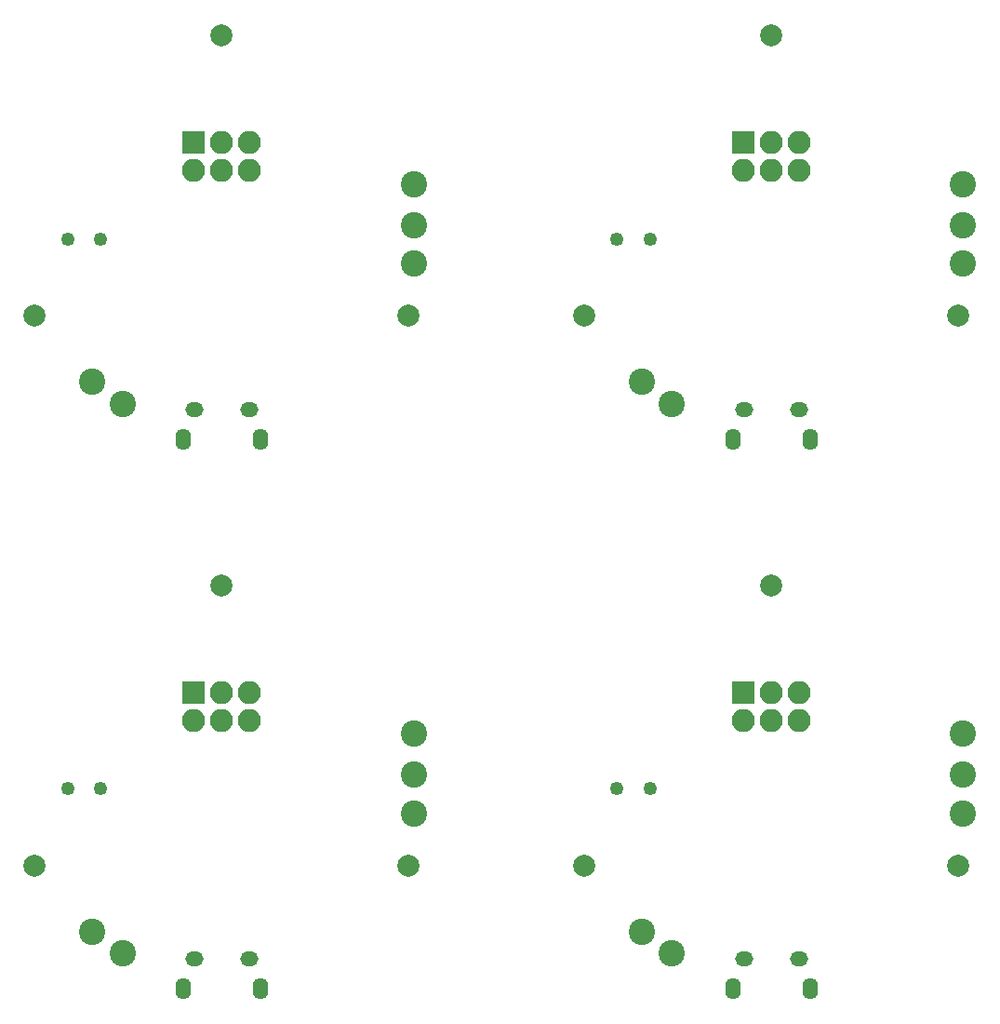
<source format=gbs>
G04 #@! TF.FileFunction,Soldermask,Bot*
%FSLAX46Y46*%
G04 Gerber Fmt 4.6, Leading zero omitted, Abs format (unit mm)*
G04 Created by KiCad (PCBNEW 4.0.7) date 06/26/18 19:00:47*
%MOMM*%
%LPD*%
G01*
G04 APERTURE LIST*
%ADD10C,0.100000*%
%ADD11O,1.650000X1.350000*%
%ADD12O,1.400000X1.950000*%
%ADD13C,2.000000*%
%ADD14C,2.400000*%
%ADD15R,2.100000X2.100000*%
%ADD16O,2.100000X2.100000*%
%ADD17C,1.250000*%
G04 APERTURE END LIST*
D10*
D11*
X148049100Y-71762460D03*
X153049100Y-71762460D03*
D12*
X147049100Y-74462460D03*
X154049100Y-74462460D03*
D11*
X98049100Y-71762460D03*
X103049100Y-71762460D03*
D12*
X97049100Y-74462460D03*
X104049100Y-74462460D03*
D11*
X98049100Y-121762460D03*
X103049100Y-121762460D03*
D12*
X97049100Y-124462460D03*
X104049100Y-124462460D03*
D13*
X167500000Y-113250000D03*
X117500000Y-113250000D03*
X167500000Y-63250000D03*
D14*
X168000000Y-105000000D03*
X118000000Y-105000000D03*
X168000000Y-55000000D03*
X168000000Y-108500000D03*
X118000000Y-108500000D03*
X168000000Y-58500000D03*
X168000000Y-101250000D03*
X118000000Y-101250000D03*
X168000000Y-51250000D03*
D15*
X147960000Y-97500000D03*
D16*
X147960000Y-100040000D03*
X150500000Y-97500000D03*
X150500000Y-100040000D03*
X153040000Y-97500000D03*
X153040000Y-100040000D03*
D15*
X97960000Y-97500000D03*
D16*
X97960000Y-100040000D03*
X100500000Y-97500000D03*
X100500000Y-100040000D03*
X103040000Y-97500000D03*
X103040000Y-100040000D03*
D15*
X147960000Y-47500000D03*
D16*
X147960000Y-50040000D03*
X150500000Y-47500000D03*
X150500000Y-50040000D03*
X153040000Y-47500000D03*
X153040000Y-50040000D03*
D13*
X150500000Y-87750000D03*
X100500000Y-87750000D03*
X150500000Y-37750000D03*
D14*
X138750000Y-119250000D03*
X88750000Y-119250000D03*
X138750000Y-69250000D03*
X141500000Y-121250000D03*
X91500000Y-121250000D03*
X141500000Y-71250000D03*
D17*
X139500000Y-106250000D03*
X136500000Y-106250000D03*
X89500000Y-106250000D03*
X86500000Y-106250000D03*
X139500000Y-56250000D03*
X136500000Y-56250000D03*
D13*
X133500000Y-113250000D03*
X83500000Y-113250000D03*
X133500000Y-63250000D03*
X100500000Y-37750000D03*
X117500000Y-63250000D03*
X83500000Y-63250000D03*
D15*
X97960000Y-47500000D03*
D16*
X97960000Y-50040000D03*
X100500000Y-47500000D03*
X100500000Y-50040000D03*
X103040000Y-47500000D03*
X103040000Y-50040000D03*
D14*
X88750000Y-69250000D03*
X118000000Y-58500000D03*
X118000000Y-55000000D03*
X118000000Y-51250000D03*
X91500000Y-71250000D03*
D17*
X89500000Y-56250000D03*
X86500000Y-56250000D03*
D11*
X148049100Y-121737460D03*
X153049100Y-121737460D03*
D12*
X147049100Y-124437460D03*
X154049100Y-124437460D03*
M02*

</source>
